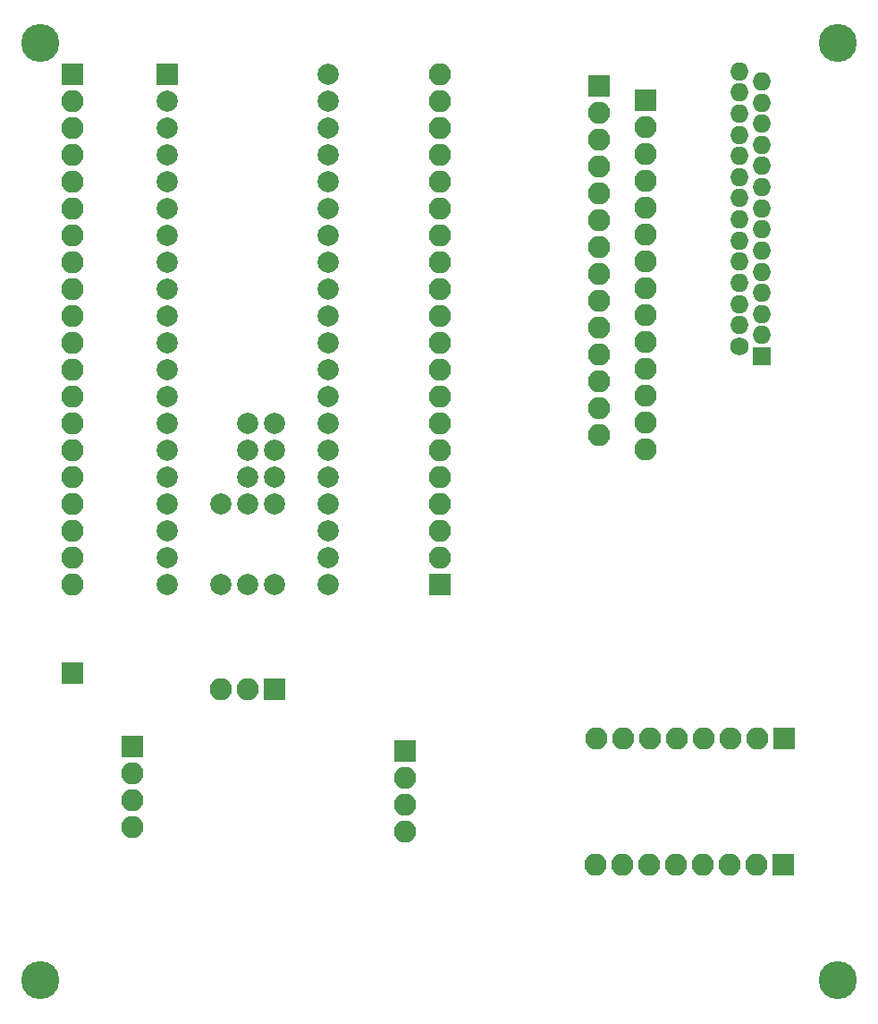
<source format=gbr>
G04 #@! TF.GenerationSoftware,KiCad,Pcbnew,(5.0.0-3-g5ebb6b6)*
G04 #@! TF.CreationDate,2019-09-06T00:58:35-07:00*
G04 #@! TF.ProjectId,keyboard,6B6579626F6172642E6B696361645F70,rev?*
G04 #@! TF.SameCoordinates,Original*
G04 #@! TF.FileFunction,Soldermask,Bot*
G04 #@! TF.FilePolarity,Negative*
%FSLAX46Y46*%
G04 Gerber Fmt 4.6, Leading zero omitted, Abs format (unit mm)*
G04 Created by KiCad (PCBNEW (5.0.0-3-g5ebb6b6)) date Friday, September 06, 2019 at 12:58:35 AM*
%MOMM*%
%LPD*%
G01*
G04 APERTURE LIST*
%ADD10R,2.100000X2.100000*%
%ADD11O,2.100000X2.100000*%
%ADD12O,1.750000X1.750000*%
%ADD13R,1.750000X1.750000*%
%ADD14C,1.750000*%
%ADD15C,2.000000*%
%ADD16R,2.000000X2.000000*%
%ADD17C,3.600000*%
G04 APERTURE END LIST*
D10*
G04 #@! TO.C,J2*
X252349000Y-122809000D03*
D11*
X249809000Y-122809000D03*
X247269000Y-122809000D03*
X244729000Y-122809000D03*
X242189000Y-122809000D03*
X239649000Y-122809000D03*
X237109000Y-122809000D03*
X234569000Y-122809000D03*
G04 #@! TD*
D12*
G04 #@! TO.C,J1*
X250190000Y-60614000D03*
X250190000Y-62614000D03*
X250190000Y-64614000D03*
X250190000Y-66614000D03*
X250190000Y-68614000D03*
X250190000Y-70614000D03*
X250190000Y-72614000D03*
X250190000Y-74614000D03*
X250190000Y-76614000D03*
X250190000Y-78614000D03*
X250190000Y-80614000D03*
X250190000Y-82614000D03*
X250190000Y-84614000D03*
D13*
X250190000Y-86614000D03*
D12*
X248140000Y-73664000D03*
X248140000Y-59664000D03*
X248140000Y-75664000D03*
X248140000Y-77664000D03*
X248140000Y-65664000D03*
X248140000Y-63664000D03*
D14*
X248140000Y-85664000D03*
D12*
X248140000Y-69664000D03*
X248140000Y-83664000D03*
X248140000Y-61664000D03*
X248140000Y-67664000D03*
X248140000Y-81664000D03*
X248140000Y-71664000D03*
X248140000Y-79664000D03*
G04 #@! TD*
D10*
G04 #@! TO.C,J7*
X234823000Y-61087000D03*
D11*
X234823000Y-63627000D03*
X234823000Y-66167000D03*
X234823000Y-68707000D03*
X234823000Y-71247000D03*
X234823000Y-73787000D03*
X234823000Y-76327000D03*
X234823000Y-78867000D03*
X234823000Y-81407000D03*
X234823000Y-83947000D03*
X234823000Y-86487000D03*
X234823000Y-89027000D03*
X234823000Y-91567000D03*
X234823000Y-94107000D03*
X239173000Y-72547000D03*
X239173000Y-75087000D03*
X239173000Y-85247000D03*
X239173000Y-67467000D03*
X239173000Y-87787000D03*
X239173000Y-64927000D03*
X239173000Y-70007000D03*
D10*
X239173000Y-62387000D03*
D11*
X239173000Y-90327000D03*
X239173000Y-92867000D03*
X239173000Y-77627000D03*
X239173000Y-80167000D03*
X239173000Y-95407000D03*
X239173000Y-82707000D03*
G04 #@! TD*
D10*
G04 #@! TO.C,J8*
X252222000Y-134747000D03*
D11*
X249682000Y-134747000D03*
X247142000Y-134747000D03*
X244602000Y-134747000D03*
X242062000Y-134747000D03*
X239522000Y-134747000D03*
X236982000Y-134747000D03*
X234442000Y-134747000D03*
G04 #@! TD*
D10*
G04 #@! TO.C,J3*
X184912000Y-59944000D03*
D11*
X184912000Y-62484000D03*
X184912000Y-65024000D03*
X184912000Y-67564000D03*
X184912000Y-70104000D03*
X184912000Y-72644000D03*
X184912000Y-75184000D03*
X184912000Y-77724000D03*
X184912000Y-80264000D03*
X184912000Y-82804000D03*
X184912000Y-85344000D03*
X184912000Y-87884000D03*
X184912000Y-90424000D03*
X184912000Y-92964000D03*
X184912000Y-95504000D03*
X184912000Y-98044000D03*
X184912000Y-100584000D03*
X184912000Y-103124000D03*
X184912000Y-105664000D03*
X184912000Y-108204000D03*
G04 #@! TD*
G04 #@! TO.C,J4*
X219710000Y-59944000D03*
X219710000Y-62484000D03*
X219710000Y-65024000D03*
X219710000Y-67564000D03*
X219710000Y-70104000D03*
X219710000Y-72644000D03*
X219710000Y-75184000D03*
X219710000Y-77724000D03*
X219710000Y-80264000D03*
X219710000Y-82804000D03*
X219710000Y-85344000D03*
X219710000Y-87884000D03*
X219710000Y-90424000D03*
X219710000Y-92964000D03*
X219710000Y-95504000D03*
X219710000Y-98044000D03*
X219710000Y-100584000D03*
X219710000Y-103124000D03*
X219710000Y-105664000D03*
D10*
X219710000Y-108204000D03*
G04 #@! TD*
G04 #@! TO.C,J5*
X204089000Y-118110000D03*
D11*
X201549000Y-118110000D03*
X199009000Y-118110000D03*
G04 #@! TD*
D10*
G04 #@! TO.C,J6*
X190627000Y-123571000D03*
D11*
X190627000Y-126111000D03*
X190627000Y-128651000D03*
X190627000Y-131191000D03*
G04 #@! TD*
G04 #@! TO.C,J9*
X216408000Y-131572000D03*
X216408000Y-129032000D03*
X216408000Y-126492000D03*
D10*
X216408000Y-123952000D03*
G04 #@! TD*
D15*
G04 #@! TO.C,U1*
X193929000Y-80264000D03*
X193929000Y-82804000D03*
X193929000Y-85344000D03*
X193929000Y-77724000D03*
X193929000Y-75184000D03*
X193929000Y-72644000D03*
X193929000Y-70104000D03*
X193929000Y-67564000D03*
X193929000Y-65024000D03*
X193929000Y-62484000D03*
D16*
X193929000Y-59944000D03*
D15*
X193929000Y-87884000D03*
X193929000Y-90424000D03*
X193929000Y-92964000D03*
X193929000Y-95504000D03*
X193929000Y-98044000D03*
X193929000Y-100584000D03*
X193929000Y-103124000D03*
X193929000Y-105664000D03*
X193929000Y-108204000D03*
X199009000Y-108204000D03*
X201549000Y-108204000D03*
X204089000Y-108204000D03*
X209169000Y-108204000D03*
X209169000Y-105664000D03*
X209169000Y-103124000D03*
X209169000Y-100584000D03*
X209169000Y-98044000D03*
X209169000Y-95504000D03*
X209169000Y-92964000D03*
X209169000Y-90424000D03*
X209169000Y-87884000D03*
X209169000Y-85344000D03*
X209169000Y-82804000D03*
X209169000Y-80264000D03*
X209169000Y-77724000D03*
X209169000Y-75184000D03*
X209169000Y-72644000D03*
X209169000Y-70104000D03*
X209169000Y-67564000D03*
X209169000Y-65024000D03*
X209169000Y-62484000D03*
X209169000Y-59944000D03*
X204089000Y-92964000D03*
X204089000Y-95504000D03*
X204089000Y-98044000D03*
X204089000Y-100584000D03*
X201549000Y-92964000D03*
X201549000Y-95504000D03*
X201549000Y-98044000D03*
X201549000Y-100584000D03*
X199009000Y-100584000D03*
G04 #@! TD*
D10*
G04 #@! TO.C,J10*
X184912000Y-116586000D03*
G04 #@! TD*
D17*
G04 #@! TO.C,REF\002A\002A*
X257429000Y-57023000D03*
G04 #@! TD*
G04 #@! TO.C,REF\002A\002A*
X181864000Y-57023000D03*
G04 #@! TD*
G04 #@! TO.C,REF\002A\002A*
X181864000Y-145669000D03*
G04 #@! TD*
G04 #@! TO.C,REF\002A\002A*
X257429000Y-145669000D03*
G04 #@! TD*
M02*

</source>
